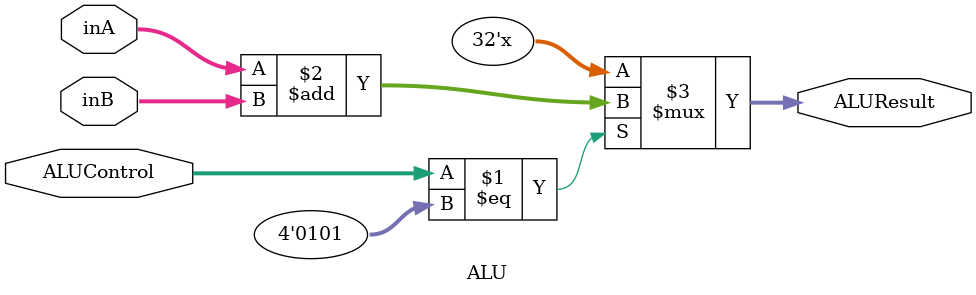
<source format=v>
`timescale 1ns/100ps
module ALU (inA, inB, ALUControl, ALUResult);
input [31:0] inA, inB;
input [3:0] ALUControl;
output [31:0]ALUResult;

assign ALUResult = (ALUControl == 4'b0101) ? (inA + inB) : 32'bz;

endmodule

</source>
